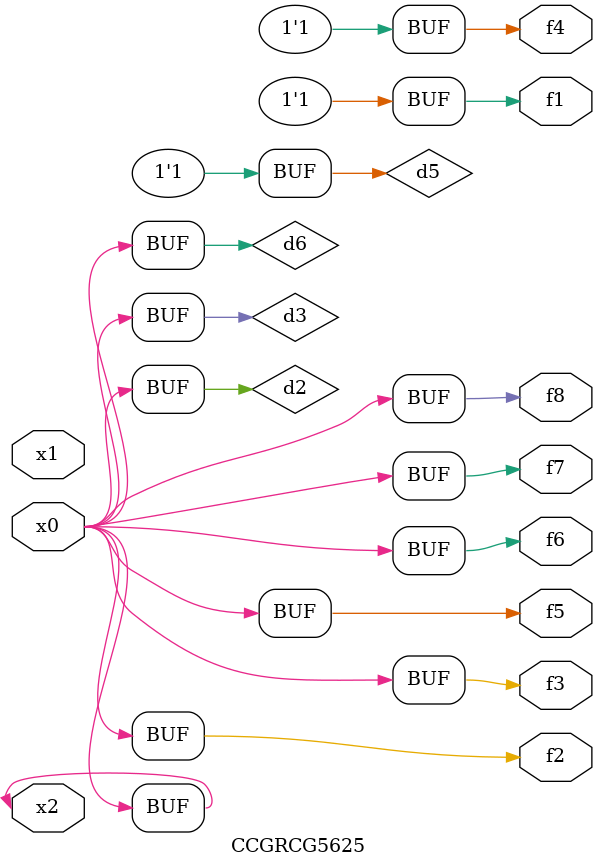
<source format=v>
module CCGRCG5625(
	input x0, x1, x2,
	output f1, f2, f3, f4, f5, f6, f7, f8
);

	wire d1, d2, d3, d4, d5, d6;

	xnor (d1, x2);
	buf (d2, x0, x2);
	and (d3, x0);
	xnor (d4, x1, x2);
	nand (d5, d1, d3);
	buf (d6, d2, d3);
	assign f1 = d5;
	assign f2 = d6;
	assign f3 = d6;
	assign f4 = d5;
	assign f5 = d6;
	assign f6 = d6;
	assign f7 = d6;
	assign f8 = d6;
endmodule

</source>
